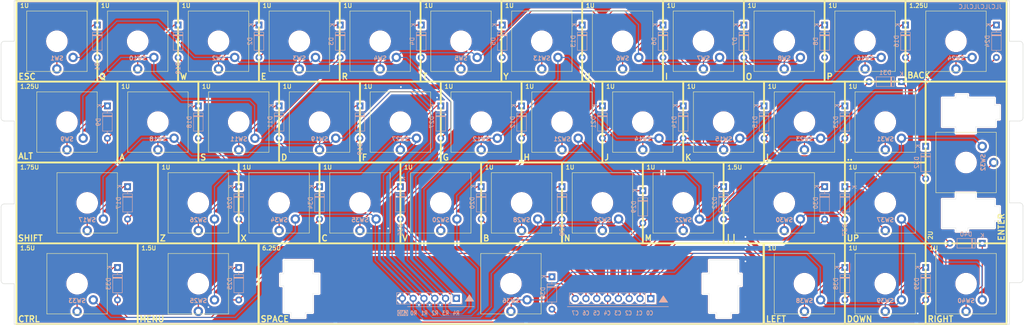
<source format=kicad_pcb>
(kicad_pcb (version 20240108) (generator "pcbnew") (generator_version "8.0")
  (layers (0 "F.Cu" signal) (31 "B.Cu" signal) (34 "B.Paste" user) (35 "F.Paste" user) (36 "B.SilkS" user "B.Silkscreen") (37 "F.SilkS" user "F.Silkscreen") (38 "B.Mask" user) (39 "F.Mask" user) (44 "Edge.Cuts" user))
  (net 0 "")
  (net 1 "GND")
  (net 2 "Net-(D37-K)")
  (net 3 "Net-(D28-K)")
  (net 4 "Net-(D19-K)")
  (net 5 "Net-(D10-K)")
  (net 6 "Net-(D1-K)")
  (net 7 "Net-(D40-K)")
  (net 8 "Net-(D39-K)")
  (net 9 "Net-(D38-K)")
  (net 10 "/Row 4")
  (net 11 "Net-(D36-K)")
  (net 12 "Net-(D35-K)")
  (net 13 "Net-(D34-K)")
  (net 14 "Net-(D33-K)")
  (net 15 "Net-(D32-K)")
  (net 16 "Net-(D31-K)")
  (net 17 "Net-(D30-K)")
  (net 18 "Net-(D29-K)")
  (net 19 "/Row 3")
  (net 20 "Net-(D27-K)")
  (net 21 "Net-(D26-K)")
  (net 22 "Net-(D25-K)")
  (net 23 "Net-(D24-K)")
  (net 24 "Net-(D23-K)")
  (net 25 "Net-(D22-K)")
  (net 26 "Net-(D21-K)")
  (net 27 "Net-(D20-K)")
  (net 28 "/Row 2")
  (net 29 "Net-(D18-K)")
  (net 30 "Net-(D17-K)")
  (net 31 "Net-(D16-K)")
  (net 32 "Net-(D15-K)")
  (net 33 "Net-(D14-K)")
  (net 34 "Net-(D13-K)")
  (net 35 "Net-(D12-K)")
  (net 36 "Net-(D11-K)")
  (net 37 "/Row 1")
  (net 38 "/Col 7")
  (net 39 "Net-(D9-K)")
  (net 40 "/Col 6")
  (net 41 "Net-(D8-K)")
  (net 42 "/Col 5")
  (net 43 "Net-(D7-K)")
  (net 44 "/Col 4")
  (net 45 "Net-(D6-K)")
  (net 46 "/Col 3")
  (net 47 "Net-(D5-K)")
  (net 48 "/Col 2")
  (net 49 "Net-(D4-K)")
  (net 50 "/Col 1")
  (net 51 "Net-(D3-K)")
  (net 52 "/Col 0")
  (net 53 "Net-(D2-K)")
  (net 54 "/Row 0")
  (footprint "Smal:SW_Redragon_LowProfile_PCB_1.00u" (layer "F.Cu") (at 97.375 66.5)
    (property "Reference" "SW19")
    (property "Value" "D")
  )
  (footprint "Smal:SW_Redragon_LowProfile_PCB_1.00u" (layer "F.Cu") (at 144.875 85.5)
    (property "Reference" "SW28")
    (property "Value" "B")
  )
  (footprint "Smal:SW_Redragon_LowProfile_PCB_1.75u" (layer "F.Cu") (at 42.75 85.5)
    (property "Reference" "SW17")
    (property "Value" "SHIFT")
  )
  (footprint "Smal:SW_Redragon_LowProfile_PCB_1.25u" (layer "F.Cu") (at 38 66.5)
    (property "Reference" "SW9")
    (property "Value" "ALT")
  )
  (footprint "Smal:SW_Redragon_LowProfile_PCB_1.00u" (layer "F.Cu") (at 192.375 66.5)
    (property "Reference" "SW15")
    (property "Value" "K")
  )
  (footprint "Smal:SW_Redragon_LowProfile_PCB_1.00u" (layer "F.Cu") (at 230.375 85.5)
    (property "Reference" "SW37")
    (property "Value" "UP")
  )
  (footprint "Smal:SW_Redragon_LowProfile_PCB_1.00u" (layer "F.Cu") (at 125.875 85.5)
    (property "Reference" "SW20")
    (property "Value" "V")
  )
  (footprint "Smal:SW_Redragon_LowProfile_PCB_1.00u" (layer "F.Cu") (at 116.375 66.5)
    (property "Reference" "SW27")
    (property "Value" "F")
  )
  (footprint "ks27_pcb_stab:ks26_6.25u_pcb_cherry_plate" (layer "F.Cu") (at 142.36875 104.5)
    (property "Reference" "S2" (hide yes))
    (property "Value" "SpaceStab")
    (fp_line (start -54.20032 -2.2993) (end -53.37485 -2.2993) (stroke (width 0.05)) (layer "Edge.Cuts"))
    (fp_line (start -54.20032 0.4995) (end -54.20032 -2.2993) (stroke (width 0.05)) (layer "Edge.Cuts"))
    (fp_line (start -53.37485 -5.529499) (end -46.62525 -5.529499) (stroke (width 0.05)) (layer "Edge.Cuts"))
    (fp_line (start -53.37485 -2.2993) (end -53.37485 -5.529499) (stroke (width 0.05)) (layer "Edge.Cuts"))
    (fp_line (start -53.37485 0.4995) (end -54.20032 0.4995) (stroke (width 0.05)) (layer "Edge.Cuts"))
    (fp_line (start -53.37485 6.7695) (end -53.37485 0.4995) (stroke (width 0.05)) (layer "Edge.Cuts"))
    (fp_line (start -51.64956 6.7695) (end -53.37485 6.7695) (stroke (width 0.05)) (layer "Edge.Cuts"))
    (fp_line (start -51.64956 7.9698) (end -51.64956 6.7695) (stroke (width 0.05)) (layer "Edge.Cuts"))
    (fp_line (start -48.35055 6.7695) (end -48.35055 7.9698) (stroke (width 0.05)) (layer "Edge.Cuts"))
    (fp_line (start -48.35055 7.9698) (end -51.64956 7.9698) (stroke (width 0.05)) (layer "Edge.Cuts"))
    (fp_line (start -46.62525 -5.529499) (end -46.62525 -2.2993) (stroke (width 0.05)) (layer "Edge.Cuts"))
    (fp_line (start -46.62525 -2.2993) (end -45.09925 -2.2993) (stroke (width 0.05)) (layer "Edge.Cuts"))
    (fp_line (start -46.62525 2.3006) (end -46.62525 6.7695) (stroke (width 0.05)) (layer "Edge.Cuts"))
    (fp_line (start -46.62525 6.7695) (end -48.35055 6.7695) (stroke (width 0.05)) (layer "Edge.Cuts"))
    (fp_line (start -45.09925 -2.2993) (end -45.09925 2.3006) (stroke (width 0.05)) (layer "Edge.Cuts"))
    (fp_line (start -45.09925 2.3006) (end -46.62525 2.3006) (stroke (width 0.05)) (layer "Edge.Cuts"))
    (fp_line (start 45.099349 -2.2993) (end 46.62535 -2.2993) (stroke (width 0.05)) (layer "Edge.Cuts"))
    (fp_line (start 45.099349 2.3006) (end 45.099349 -2.2993) (stroke (width 0.05)) (layer "Edge.Cuts"))
    (fp_line (start 46.62535 -5.529499) (end 53.37435 -5.529499) (stroke (width 0.05)) (layer "Edge.Cuts"))
    (fp_line (start 46.62535 -2.2993) (end 46.62535 -5.529499) (stroke (width 0.05)) (layer "Edge.Cuts"))
    (fp_line (start 46.62535 2.3006) (end 45.099349 2.3006) (stroke (width 0.05)) (layer "Edge.Cuts"))
    (fp_line (start 46.62535 6.7695) (end 46.62535 2.3006) (stroke (width 0.05)) (layer "Edge.Cuts"))
    (fp_line (start 48.349349 6.7695) (end 46.62535 6.7695) (stroke (width 0.05)) (layer "Edge.Cuts"))
    (fp_line (start 48.349349 7.9698) (end 48.349349 6.7695) (stroke (width 0.05)) (layer "Edge.Cuts"))
    (fp_line (start 51.64935 6.7695) (end 51.64935 7.9698) (stroke (width 0.05)) (layer "Edge.Cuts"))
    (fp_line (start 51.64935 7.9698) (end 48.349349 7.9698) (stroke (width 0.05)) (layer "Edge.Cuts"))
    (fp_line (start 53.37435 -5.529499) (end 53.37435 -2.2993) (stroke (width 0.05)) (layer "Edge.Cuts"))
    (fp_line (start 53.37435 -2.2993) (end 54.200349 -2.2993) (stroke (width 0.05)) (layer "Edge.Cuts"))
    (fp_line (start 53.37435 0.4995) (end 53.37435 6.7695) (stroke (width 0.05)) (layer "Edge.Cuts"))
    (fp_line (start 53.37435 6.7695) (end 51.64935 6.7695) (stroke (width 0.05)) (layer "Edge.Cuts"))
    (fp_line (start 54.200349 -2.2993) (end 54.200349 0.4995) (stroke (width 0.05)) (layer "Edge.Cuts"))
    (fp_line (start 54.200349 0.4995) (end 53.37435 0.4995) (stroke (width 0.05)) (layer "Edge.Cuts"))
  )
  (footprint "Smal:SW_Redragon_LowProfile_PCB_1.50u" (layer "F.Cu") (at 68.875 104.5)
    (property "Reference" "SW25")
    (property "Value" "MENU")
  )
  (footprint "Smal:SW_Redragon_LowProfile_PCB_1.50u" (layer "F.Cu") (at 40.375 104.5)
    (property "Reference" "SW33")
    (property "Value" "CTRL")
  )
  (footprint "Smal:SW_Redragon_LowProfile_PCB_2.00u" (layer "F.Cu") (at 249.375 76 90)
    (property "Reference" "SW32")
    (property "Value" "ENTER")
  )
  (footprint "Smal:SW_Redragon_LowProfile_PCB_1.00u" (layer "F.Cu") (at 135.375 66.5)
    (property "Reference" "SW12")
    (property "Value" "G")
  )
  (footprint "Smal:SW_Redragon_LowProfile_PCB_1.00u" (layer "F.Cu") (at 173.375 66.5)
    (property "Reference" "SW14")
    (property "Value" "J")
  )
  (footprint "Smal:SW_Redragon_LowProfile_PCB_1.00u" (layer "F.Cu") (at 230.375 104.5)
    (property "Reference" "SW39")
    (property "Value" "DOWN")
  )
  (footprint "Smal:SW_Redragon_LowProfile_PCB_1.00u" (layer "F.Cu") (at 211.375 66.5)
    (property "Reference" "SW23")
    (property "Value" "L")
  )
  (footprint "Smal:SW_Redragon_LowProfile_PCB_1.00u" (layer "F.Cu") (at 163.875 85.5)
    (property "Reference" "SW29")
    (property "Value" "N")
  )
  (footprint "Smal:SW_Redragon_LowProfile_PCB_1.00u" (layer "F.Cu") (at 154.375 66.5)
    (property "Reference" "SW21")
    (property "Value" "H")
  )
  (footprint "Smal:SW_Redragon_LowProfile_PCB_1.00u" (layer "F.Cu") (at 78.375 66.5)
    (property "Reference" "SW11")
    (property "Value" "S")
  )
  (footprint "Smal:SW_Redragon_LowProfile_PCB_1.00u" (layer "F.Cu") (at 87.875 85.5)
    (property "Reference" "SW34")
    (property "Value" "X")
  )
  (footprint "Smal:SW_Redragon_LowProfile_PCB_1.25u" (layer "F.Cu") (at 247 47.5)
    (property "Reference" "SW24")
    (property "Value" "BACK")
  )
  (footprint "Smal:SW_Redragon_LowProfile_PCB_1.00u" (layer "F.Cu") (at 230.375 66.5)
    (property "Reference" "SW31")
    (property "Value" "..")
  )
  (footprint "Smal:SW_Redragon_LowProfile_PCB_1.00u" (layer "F.Cu") (at 182.875 85.5)
    (property "Reference" "SW22")
    (property "Value" "M")
  )
  (footprint "Smal:SW_Redragon_LowProfile_PCB_1.00u" (layer "F.Cu") (at 149.625 47.5)
    (property "Reference" "SW13")
    (property "Value" "Y")
  )
  (footprint "Smal:SW_Redragon_LowProfile_PCB_1.00u" (layer "F.Cu") (at 92.625 47.5)
    (property "Reference" "SW3")
    (property "Value" "E")
  )
  (footprint "Smal:SW_Redragon_LowProfile_PCB_1.00u" (layer "F.Cu") (at 73.625 47.5)
    (property "Reference" "SW2")
    (property "Value" "W")
  )
  (footprint "Smal:SW_Redragon_LowProfile_PCB_1.00u" (layer "F.Cu") (at 111.625 47.5)
    (property "Reference" "SW4")
    (property "Value" "R")
  )
  (footprint "Smal:SW_Redragon_LowProfile_PCB_1.00u" (layer "F.Cu") (at 68.875 85.5)
    (property "Reference" "SW26")
    (property "Value" "Z")
  )
  (footprint "ks27_pcb_stab:ks27_2u_pcb_cherry_plate_stab" (layer "F.Cu") (at 249.375 76 90)
    (property "Reference" "S1" (hide yes))
    (property "Value" "EnterStab")
    (fp_line (start 15.1693 -5.612699) (end 15.1693 -2.382599) (stroke (width 0.05)) (layer "Edge.Cuts"))
    (fp_line (start 8.4196 -5.612699) (end 15.1693 -5.612699) (stroke (width 0.05)) (layer "Edge.Cuts"))
    (fp_line (start -8.6308 -5.612699) (end -8.6308 -2.382599) (stroke (width 0.05)) (layer "Edge.Cuts"))
    (fp_line (start -15.38045 -5.612699) (end -8.6308 -5.612699) (stroke (width 0.05)) (layer "Edge.Cuts"))
    (fp_line (start 15.9947 -2.382599) (end 15.9947 0.416301) (stroke (width 0.05)) (layer "Edge.Cuts"))
    (fp_line (start 15.1693 -2.382599) (end 15.9947 -2.382599) (stroke (width 0.05)) (layer "Edge.Cuts"))
    (fp_line (start 8.4196 -2.382599) (end 8.4196 -5.612699) (stroke (width 0.05)) (layer "Edge.Cuts"))
    (fp_line (start 6.8941 -2.382599) (end 8.4196 -2.382599) (stroke (width 0.05)) (layer "Edge.Cuts"))
    (fp_line (start -7.1053 -2.382599) (end -7.1053 2.217201) (stroke (width 0.05)) (layer "Edge.Cuts"))
    (fp_line (start -8.6308 -2.382599) (end -7.1053 -2.382599) (stroke (width 0.05)) (layer "Edge.Cuts"))
    (fp_line (start -15.38045 -2.382599) (end -15.38045 -5.612699) (stroke (width 0.05)) (layer "Edge.Cuts"))
    (fp_line (start -16.20591 -2.382599) (end -15.38045 -2.382599) (stroke (width 0.05)) (layer "Edge.Cuts"))
    (fp_line (start 15.9947 0.416301) (end 15.1693 0.416301) (stroke (width 0.05)) (layer "Edge.Cuts"))
    (fp_line (start 15.1693 0.416301) (end 15.1693 6.686201) (stroke (width 0.05)) (layer "Edge.Cuts"))
    (fp_line (start -15.38045 0.416301) (end -16.20591 0.416301) (stroke (width 0.05)) (layer "Edge.Cuts"))
    (fp_line (start -16.20591 0.416301) (end -16.20591 -2.382599) (stroke (width 0.05)) (layer "Edge.Cuts"))
    (fp_line (start 8.4196 2.217201) (end 6.8941 2.217201) (stroke (width 0.05)) (layer "Edge.Cuts"))
    (fp_line (start 6.8941 2.217201) (end 6.8941 -2.382599) (stroke (width 0.05)) (layer "Edge.Cuts"))
    (fp_line (start -7.1053 2.217201) (end -8.6308 2.217201) (stroke (width 0.05)) (layer "Edge.Cuts"))
    (fp_line (start -8.6308 2.217201) (end -8.6308 6.686201) (stroke (width 0.05)) (layer "Edge.Cuts"))
    (fp_line (start 15.1693 6.686201) (end 13.444 6.686201) (stroke (width 0.05)) (layer "Edge.Cuts"))
    (fp_line (start 13.444 6.686201) (end 13.444 7.886401) (stroke (width 0.05)) (layer "Edge.Cuts"))
    (fp_line (start -8.6308 6.686201) (end -10.35615 6.686201) (stroke (width 0.05)) (layer "Edge.Cuts"))
    (fp_line (start -10.35615 6.686201) (end -10.35615 7.886401) (stroke (width 0.05)) (layer "Edge.Cuts"))
    (fp_line (start -13.65516 6.686201) (end -15.38045 6.686201) (stroke (width 0.05)) (layer "Edge.Cuts"))
    (fp_line (start -15.38045 6.686201) (end -15.38045 0.416301) (stroke (width 0.05)) (layer "Edge.Cuts"))
    (fp_line (start 8.4196 6.916201) (end 8.4196 2.217201) (stroke (width 0.05)) (layer "Edge.Cuts"))
    (fp_line (start 10.1449 6.928107) (end 8.4196 6.916201) (stroke (width 0.05)) (layer "Edge.Cuts"))
    (fp_line (start 13.444 7.886401) (end 10.1449 7.886401) (stroke (width 0.05)) (layer "Edge.Cuts"))
    (fp_line (start 10.1449 7.886401) (end 10.1449 6.928107) (stroke (width 0.05)) (layer "Edge.Cuts"))
    (fp_line (start -10.35615 7.886401) (end -13.65516 7.886401) (stroke (width 0.05)) (layer "Edge.Cuts"))
    (fp_line (start -13.65516 7.886401) (end -13.65516 6.686201) (stroke (width 0.05)) (layer "Edge.Cuts"))
  )
  (footprint "Smal:SW_Redragon_LowProfile_PCB_1.00u" (layer "F.Cu") (at 130.625 47.5)
    (property "Reference" "SW5")
    (property "Value" "T")
  )
  (footprint "Smal:SW_Redragon_LowProfile_PCB_1.00u" (layer "F.Cu") (at 54.625 47.5)
    (property "Reference" "SW10")
    (property "Value" "Q")
  )
  (footprint "Smal:SW_Redragon_LowProfile_PCB_1.00u" (layer "F.Cu") (at 206.625 47.5)
    (property "Reference" "SW8")
    (property "Value" "O")
  )
  (footprint "Smal:SW_Redragon_LowProfile_PCB_1.00u" (layer "F.Cu") (at 59.375 66.5)
    (property "Reference" "SW18")
    (property "Value" "A")
  )
  (footprint "Smal:SW_Redragon_LowProfile_PCB_1.00u" (layer "F.Cu") (at 225.625 47.5)
    (property "Reference" "SW16")
    (property "Value" "P")
  )
  (footprint "Smal:SW_Redragon_LowProfile_PCB_1.00u" (layer "F.Cu") (at 106.875 85.5)
    (property "Reference" "SW35")
    (property "Value" "C")
  )
  (footprint "Smal:SW_Redragon_LowProfile_PCB_1.00u" (layer "F.Cu") (at 211.375 104.5)
    (property "Reference" "SW38")
    (property "Value" "LEFT")
  )
  (footprint "Smal:SW_Redragon_LowProfile_PCB_1.50u" (layer "F.Cu") (at 206.625 85.5)
    (property "Reference" "SW30")
    (property "Value" "||")
  )
  (footprint "Smal:SW_Redragon_LowProfile_PCB_1.00u" (layer "F.Cu") (at 249.375 104.5)
    (property "Reference" "SW40")
    (property "Value" "RIGHT")
  )
  (footprint "Smal:SW_Redragon_LowProfile_PCB_6.25u" (layer "F.Cu") (at 142.36875 104.5)
    (property "Reference" "SW36")
    (property "Value" "SPACE")
  )
  (footprint "Smal:SW_Redragon_LowProfile_PCB_1.00u" (layer "F.Cu") (at 168.625 47.5)
    (property "Reference" "SW6")
    (property "Value" "U")
  )
  (footprint "Smal:SW_Redragon_LowProfile_PCB_1.00u" (layer "F.Cu") (at 35.625 47.5)
    (property "Reference" "SW1")
    (property "Value" "ESC")
  )
  (footprint "Smal:SW_Redragon_LowProfile_PCB_1.00u" (layer "F.Cu") (at 187.625 47.5)
    (property "Reference" "SW7")
    (property "Value" "I")
  )
  (footprint "Diode_THT:D_DO-35_SOD27_P7.62mm_Horizontal" (layer "B.Cu") (at 121.285 43.69 -90)
    (property "Reference" "D4")
    (property "Value" "1N4148")
  )
  (footprint "Diode_THT:D_DO-35_SOD27_P7.62mm_Horizontal" (layer "B.Cu") (at 135.375 81.69 -90)
    (property "Reference" "D20")
    (property "Value" "1N4148")
  )
  (footprint "Diode_THT:D_DO-35_SOD27_P7.62mm_Horizontal" (layer "B.Cu") (at 52.25 81.69 -90)
    (property "Reference" "D17")
    (property "Value" "1N4148")
  )
  (footprint "Diode_THT:D_DO-35_SOD27_P7.62mm_Horizontal" (layer "B.Cu") (at 173.375 82.63 -90)
    (property "Reference" "D29")
    (property "Value" "1N4148")
  )
  (footprint "Diode_THT:D_DO-35_SOD27_P7.62mm_Horizontal" (layer "B.Cu") (at 125.875 62.69 -90)
    (property "Reference" "D27")
    (property "Value" "1N4148")
  )
  (footprint "Diode_THT:D_DO-35_SOD27_P7.62mm_Horizontal" (layer "B.Cu") (at 234.185 57 180)
    (property "Reference" "D31")
    (property "Value" "1N4148")
  )
  (footprint "Diode_THT:D_DO-35_SOD27_P7.62mm_Horizontal" (layer "B.Cu") (at 106.875 62.69 -90)
    (property "Reference" "D19")
    (property "Value" "1N4148")
  )
  (footprint "Diode_THT:D_DO-35_SOD27_P7.62mm_Horizontal" (layer "B.Cu") (at 253.185 95 180)
    (property "Reference" "D40")
    (property "Value" "1N4148")
  )
  (footprint "Connector_PinHeader_2.54mm:PinHeader_1x08_P2.54mm_Vertical" (layer "B.Cu") (at 175.25 108 90)
    (property "Reference" "J2" (hide yes))
    (property "Value" "Conn_01x08_Pin")
  )
  (footprint "Diode_THT:D_DO-35_SOD27_P7.62mm_Horizontal" (layer "B.Cu") (at 83.125 43.69 -90)
    (property "Reference" "D2")
    (property "Value" "1N4148")
  )
  (footprint "Diode_THT:D_DO-35_SOD27_P7.62mm_Horizontal" (layer "B.Cu") (at 201.875 62.69 -90)
    (property "Reference" "D15")
    (property "Value" "1N4148")
  )
  (footprint "Diode_THT:D_DO-35_SOD27_P7.62mm_Horizontal" (layer "B.Cu") (at 256.5 43.69 -90)
    (property "Reference" "D24")
    (property "Value" "1N4148")
  )
  (footprint "Diode_THT:D_DO-35_SOD27_P7.62mm_Horizontal" (layer "B.Cu") (at 64.125 43.69 -90)
    (property "Reference" "D10")
    (property "Value" "1N4148")
  )
  (footprint "Diode_THT:D_DO-35_SOD27_P7.62mm_Horizontal" (layer "B.Cu") (at 220.875 62.69 -90)
    (property "Reference" "D23")
    (property "Value" "1N4148")
  )
  (footprint "Diode_THT:D_DO-35_SOD27_P7.62mm_Horizontal" (layer "B.Cu") (at 178.125 43.69 -90)
    (property "Reference" "D6")
    (property "Value" "1N4148")
  )
  (footprint "Diode_THT:D_DO-35_SOD27_P7.62mm_Horizontal" (layer "B.Cu") (at 97.375 81.69 -90)
    (property "Reference" "D34")
    (property "Value" "1N4148")
  )
  (footprint "Diode_THT:D_DO-35_SOD27_P7.62mm_Horizontal" (layer "B.Cu") (at 78.375 100.69 -90)
    (property "Reference" "D25")
    (property "Value" "1N4148")
  )
  (footprint "Diode_THT:D_DO-35_SOD27_P7.62mm_Horizontal" (layer "B.Cu") (at 197.125 43.69 -90)
    (property "Reference" "D7")
    (property "Value" "1N4148")
  )
  (footprint "Diode_THT:D_DO-35_SOD27_P7.62mm_Horizontal" (layer "B.Cu") (at 239.875 72.19 -90)
    (property "Reference" "D32")
    (property "Value" "1N4148")
  )
  (footprint "Diode_THT:D_DO-35_SOD27_P7.62mm_Horizontal" (layer "B.Cu") (at 78.375 81.69 -90)
    (property "Reference" "D26")
    (property "Value" "1N4148")
  )
  (footprint "Diode_THT:D_DO-35_SOD27_P7.62mm_Horizontal" (layer "B.Cu") (at 239.875 100.69 -90)
    (property "Reference" "D39")
    (property "Value" "1N4148")
  )
  (footprint "Diode_THT:D_DO-35_SOD27_P7.62mm_Horizontal" (layer "B.Cu") (at 87.875 62.69 -90)
    (property "Reference" "D11")
    (property "Value" "1N4148")
  )
  (footprint "Diode_THT:D_DO-35_SOD27_P7.62mm_Horizontal" (layer "B.Cu") (at 192.375 81.69 -90)
    (property "Reference" "D22")
    (property "Value" "1N4148")
  )
  (footprint "Diode_THT:D_DO-35_SOD27_P7.62mm_Horizontal" (layer "B.Cu") (at 220.875 81.69 -90)
    (property "Reference" "D37")
    (property "Value" "1N4148")
  )
  (footprint "Diode_THT:D_DO-35_SOD27_P7.62mm_Horizontal" (layer "B.Cu") (at 163.875 62.69 -90)
    (property "Reference" "D21")
    (property "Value" "1N4148")
  )
  (footprint "Connector_PinHeader_2.54mm:PinHeader_1x06_P2.54mm_Vertical" (layer "B.Cu") (at 129.54 107.95 90)
    (property "Reference" "J1" (hide yes))
    (property "Value" "Conn_01x06_Pin")
  )
  (footprint "Diode_THT:D_DO-35_SOD27_P7.62mm_Horizontal" (layer "B.Cu") (at 216.125 81.69 -90)
    (property "Reference" "D30")
    (property "Value" "1N4148")
  )
  (footprint "Diode_THT:D_DO-35_SOD27_P7.62mm_Horizontal" (layer "B.Cu") (at 154.375 81.69 -90)
    (property "Reference" "D28")
    (property "Value" "1N4148")
  )
  (footprint "Diode_THT:D_DO-35_SOD27_P7.62mm_Horizontal" (layer "B.Cu") (at 102.235 43.69 -90)
    (property "Reference" "D3")
    (property "Value" "1N4148")
  )
  (footprint "Diode_THT:D_DO-35_SOD27_P7.62mm_Horizontal" (layer "B.Cu") (at 220.875 100.69 -90)
    (property "Reference" "D38")
    (property "Value" "1N4148")
  )
  (footprint "Diode_THT:D_DO-35_SOD27_P7.62mm_Horizontal" (layer "B.Cu") (at 144.875 62.69 -90)
    (property "Reference" "D12")
    (property "Value" "1N4148")
  )
  (footprint "Diode_THT:D_DO-35_SOD27_P7.62mm_Horizontal" (layer "B.Cu") (at 47.5 62.69 -90)
    (property "Reference" "D9")
    (property "Value" "1N4148")
  )
  (footprint "Diode_THT:D_DO-35_SOD27_P7.62mm_Horizontal" (layer "B.Cu") (at 116.375 81.69 -90)
    (property "Reference" "D35")
    (property "Value" "1N4148")
  )
  (footprint "Diode_THT:D_DO-35_SOD27_P7.62mm_Horizontal" (layer "B.Cu") (at 68.875 62.69 -90)
    (property "Reference" "D18")
    (property "Value" "1N4148")
  )
  (footprint "Diode_THT:D_DO-35_SOD27_P7.62mm_Horizontal" (layer "B.Cu") (at 152 102.87 -90)
    (property "Reference" "D36")
    (property "Value" "1N4148")
  )
  (footprint "Diode_THT:D_DO-35_SOD27_P7.62mm_Horizontal" (layer "B.Cu") (at 49.875 100.69 -90)
    (property "Reference" "D33")
    (property "Value" "1N4148")
  )
  (footprint "Diode_THT:D_DO-35_SOD27_P7.62mm_Horizontal" (layer "B.Cu") (at 235.125 43.69 -90)
    (property "Reference" "D16")
    (property "Value" "1N4148")
  )
  (footprint "Diode_THT:D_DO-35_SOD27_P7.62mm_Horizontal" (layer "B.Cu") (at 140.335 43.69 -90)
    (property "Reference" "D5")
    (property "Value" "1N4148")
  )
  (footprint "Diode_THT:D_DO-35_SOD27_P7.62mm_Horizontal" (layer "B.Cu") (at 216.125 43.69 -90)
    (property "Reference" "D8")
    (property "Value" "1N4148")
  )
  (footprint "Diode_THT:D_DO-35_SOD27_P7.62mm_Horizontal" (layer "B.Cu") (at 159.125 43.69 -90)
    (property "Reference" "D13")
    (property "Value" "1N4148")
  )
  (footprint "Diode_THT:D_DO-35_SOD27_P7.62mm_Horizontal" (layer "B.Cu") (at 45.125 43.69 -90)
    (property "Reference" "D1")
    (property "Value" "1N4148")
  )
  (footprint "Diode_THT:D_DO-35_SOD27_P7.62mm_Horizontal" (layer "B.Cu") (at 182.875 62.69 -90)
    (property "Reference" "D14")
    (property "Value" "1N4148")
  )
  (gr_line (start 155.65 109.9) (end 179.4 109.9) (stroke (width 0.15)) (layer "B.SilkS"))
  (gr_poly (pts (xy 178.2 107.35) (xy 177.2 108.85) (xy 179.2 108.85)) (stroke (width 0.15)) (fill solid) (layer "B.SilkS"))
  (gr_poly (pts (xy 132.607692 107.111538) (xy 131.607692 108.611538) (xy 133.607692 108.611538)) (stroke (width 0.15)) (fill solid) (layer "B.SilkS"))
  (gr_line (start 133.7 109.9) (end 118.05 109.9) (stroke (width 0.15)) (layer "B.SilkS"))
  (gr_arc (start 23.25 104.5) (mid 22.71967 104.28033) (end 22.5 103.75) (stroke (width 0.1)) (layer "Edge.Cuts"))
  (gr_line (start 259.575 104.25) (end 259.575 114) (stroke (width 0.1)) (layer "Edge.Cuts"))
  (gr_line (start 259.575 66.25) (end 259.575 85.5) (stroke (width 0.1)) (layer "Edge.Cuts"))
  (gr_arc (start 23.25 66.25) (mid 22.71967 66.03033) (end 22.5 65.5) (stroke (width 0.1)) (layer "Edge.Cuts"))
  (gr_line (start 25.575 38) (end 259.575 38) (stroke (width 0.1)) (layer "Edge.Cuts"))
  (gr_line (start 262 104.25) (end 259.575 104.25) (stroke (width 0.1)) (layer "Edge.Cuts"))
  (gr_arc (start 262.75 65.5) (mid 262.53033 66.03033) (end 262 66.25) (stroke (width 0.1)) (layer "Edge.Cuts"))
  (gr_line (start 262.747157 103.5) (end 262.75 86.25) (stroke (width 0.1)) (layer "Edge.Cuts"))
  (gr_line (start 259.575 38) (end 259.575 47.5) (stroke (width 0.1)) (layer "Edge.Cuts"))
  (gr_arc (start 22.5 86.5) (mid 22.71967 85.96967) (end 23.25 85.75) (stroke (width 0.1)) (layer "Edge.Cuts"))
  (gr_line (start 262 47.5) (end 259.575 47.5) (stroke (width 0.1)) (layer "Edge.Cuts"))
  (gr_line (start 23.25 85.75) (end 25.575 85.75) (stroke (width 0.1)) (layer "Edge.Cuts"))
  (gr_line (start 262.75 65.5) (end 262.75 48.25) (stroke (width 0.1)) (layer "Edge.Cuts"))
  (gr_line (start 25.575 114) (end 25.575 104.5) (stroke (width 0.1)) (layer "Edge.Cuts"))
  (gr_line (start 23.25 47.5) (end 25.585 47.5) (stroke (width 0.1)) (layer "Edge.Cuts"))
  (gr_arc (start 22.5 48.25) (mid 22.71967 47.71967) (end 23.25 47.5) (stroke (width 0.1)) (layer "Edge.Cuts"))
  (gr_line (start 23.25 104.5) (end 25.575 104.5) (stroke (width 0.1)) (layer "Edge.Cuts"))
  (gr_line (start 25.585 47.5) (end 25.575 38) (stroke (width 0.1)) (layer "Edge.Cuts"))
  (gr_line (start 22.5 86.5) (end 22.5 103.75) (stroke (width 0.1)) (layer "Edge.Cuts"))
  (gr_line (start 25.575 85.75) (end 25.585 66.247157) (stroke (width 0.1)) (layer "Edge.Cuts"))
  (gr_arc (start 262 47.5) (mid 262.53033 47.71967) (end 262.75 48.25) (stroke (width 0.1)) (layer "Edge.Cuts"))
  (gr_line (start 262 66.25) (end 259.575 66.25) (stroke (width 0.1)) (layer "Edge.Cuts"))
  (gr_line (start 259.575 114) (end 25.575 114) (stroke (width 0.1)) (layer "Edge.Cuts"))
  (gr_line (start 23.25 66.25) (end 25.585 66.247157) (stroke (width 0.1)) (layer "Edge.Cuts"))
  (gr_line (start 262 85.5) (end 259.575 85.5) (stroke (width 0.1)) (layer "Edge.Cuts"))
  (gr_arc (start 262 85.5) (mid 262.53033 85.71967) (end 262.75 86.25) (stroke (width 0.1)) (layer "Edge.Cuts"))
  (gr_arc (start 262.75 103.5) (mid 262.53033 104.03033) (end 262 104.25) (stroke (width 0.1)) (layer "Edge.Cuts"))
  (gr_line (start 22.5 48.25) (end 22.5 65.5) (stroke (width 0.1)) (layer "Edge.Cuts"))
  (gr_text "GND" (at 118.25 112 0) (layer "B.SilkS" knockout) (effects (font (size 1 0.8) (thickness 0.16) (bold yes)) (justify left bottom mirror)))
  (gr_text "R3" (at 127 112 0) (layer "B.SilkS") (effects (font (size 1 0.8) (thickness 0.16) (bold yes)) (justify bottom mirror)))
  (gr_text "C6" (at 160 112 0) (layer "B.SilkS") (effects (font (size 1 0.8) (thickness 0.16) (bold yes)) (justify bottom mirror)))
  (gr_text "R1" (at 122 112 0) (layer "B.SilkS") (effects (font (size 1 0.8) (thickness 0.16) (bold yes)) (justify bottom mirror)))
  (gr_text "R4" (at 129.5 112 0) (layer "B.SilkS") (effects (font (size 1 0.8) (thickness 0.16) (bold yes)) (justify bottom mirror)))
  (gr_text "C4" (at 165 112 0) (layer "B.SilkS") (effects (font (size 1 0.8) (thickness 0.16) (bold yes)) (justify bottom mirror)))
  (gr_text "JLCJLCJLCJLC" (at 252.73 39.37 0) (layer "B.SilkS") (effects (font (size 1 1)) (justify mirror)))
  (gr_text "C7" (at 157.5 112 0) (layer "B.SilkS") (effects (font (size 1 0.8) (thickness 0.16) (bold yes)) (justify bottom mirror)))
  (gr_text "C1" (at 172.5 112 0) (layer "B.SilkS") (effects (font (size 1 0.8) (thickness 0.16) (bold yes)) (justify bottom mirror)))
  (gr_text "R0" (at 119.5 112 0) (layer "B.SilkS") (effects (font (size 1 0.8) (thickness 0.16) (bold yes)) (justify bottom mirror)))
  (gr_text "C3" (at 167.5 112 0) (layer "B.SilkS") (effects (font (size 1 0.8) (thickness 0.16) (bold yes)) (justify bottom mirror)))
  (gr_text "C5" (at 162.5 112 0) (layer "B.SilkS") (effects (font (size 1 0.8) (thickness 0.16) (bold yes)) (justify bottom mirror)))
  (gr_text "R2" (at 124.5 112 0) (layer "B.SilkS") (effects (font (size 1 0.8) (thickness 0.16) (bold yes)) (justify bottom mirror)))
  (gr_text "C0" (at 175 112 0) (layer "B.SilkS") (effects (font (size 1 0.8) (thickness 0.16) (bold yes)) (justify bottom mirror)))
  (gr_text "C2" (at 170 112 0) (layer "B.SilkS") (effects (font (size 1 0.8) (thickness 0.16) (bold yes)) (justify bottom mirror)))
  (via (at 125.75 109.5) (size 0.8) (drill 0.4) (layers "F.Cu" "B.Cu") (net 1))
  (via (at 115.5 84) (size 0.8) (drill 0.4) (layers "F.Cu" "B.Cu") (net 1))
  (via (at 116.25 91.5) (size 0.8) (drill 0.4) (layers "F.Cu" "B.Cu") (net 1))
  (via (at 109.5 91.5) (size 0.8) (drill 0.4) (layers "F.Cu" "B.Cu") (net 1))
  (via (at 116.5 58.25) (size 0.8) (drill 0.4) (layers "F.Cu" "B.Cu") (net 1))
  (via (at 113.5 91.5) (size 0.8) (drill 0.4) (layers "F.Cu" "B.Cu") (net 1))
  (via (at 71.25 110) (size 0.8) (drill 0.4) (layers "F.Cu" "B.Cu") (net 1))
  (via (at 197.5 96.25) (size 0.8) (drill 0.4) (layers "F.Cu" "B.Cu") (net 1))
  (via (at 127 64.75) (size 0.8) (drill 0.4) (layers "F.Cu" "B.Cu") (net 1))
  (via (at 238 111.5) (size 0.8) (drill 0.4) (layers "F.Cu" "B.Cu") (net 1))
  (via (at 116.75 79.5) (size 0.8) (drill 0.4) (layers "F.Cu" "B.Cu") (net 1))
  (via (at 197.5 99.25) (size 0.8) (drill 0.4) (layers "F.Cu" "B.Cu") (net 1))
  (via (at 111.5 91.5) (size 0.8) (drill 0.4) (layers "F.Cu" "B.Cu") (net 1))
  (via (at 197.5 93.5) (size 0.8) (drill 0.4) (layers "F.Cu" "B.Cu") (net 1))
  (via (at 120.75 109.5) (size 0.8) (drill 0.4) (layers "F.Cu" "B.Cu") (net 1))
  (via (at 123.25 109.5) (size 0.8) (drill 0.4) (layers "F.Cu" "B.Cu") (net 1))
  (via (at 125 60.75) (size 0.8) (drill 0.4) (layers "F.Cu" "B.Cu") (net 1))
  (segment (start 227.7 89.325) (end 230.375 92) (width 0.25) (layer "F.Cu") (net 2))
  (segment (start 220.875 81.69) (end 225.295 81.69) (width 0.25) (layer "F.Cu") (net 2))
  (segment (start 227.7 84.095) (end 227.7 89.325) (width 0.25) (layer "F.Cu") (net 2))
  (segment (start 226.565 82.96) (end 227.7 84.095) (width 0.25) (layer "F.Cu") (net 2))
  (segment (start 225.295 81.69) (end 226.565 82.96) (width 0.25) (layer "F.Cu") (net 2))
  (segment (start 154.375 81.69) (end 153.38 81.69) (width 0.25) (layer "F.Cu") (net 3))
  (segment (start 144.875 90.195) (end 144.875 92) (width 0.25) (layer "F.Cu") (net 3))
  (segment (start 153.38 81.69) (end 144.875 90.195) (width 0.25) (layer "F.Cu") (net 3))
  (segment (start 106.875 62.69) (end 105.88 62.69) (width 0.25) (layer "F.Cu") (net 4))
  (segment (start 97.375 71.195) (end 97.375 73) (width 0.25) (layer "F.Cu") (net 4))
  (segment (start 105.88 62.69) (end 97.375 71.195) (width 0.25) (layer "F.Cu") (net 4))
  (segment (start 54.625 52.25) (end 54.625 54) (width 0.25) (layer "F.Cu") (net 5))
  (segment (start 63.185 43.69) (end 54.625 52.25) (width 0.25) (layer "F.Cu") (net 5))
  (segment (start 64.125 43.69) (end 63.185 43.69) (width 0.25) (layer "F.Cu") (net 5))
  (segment (start 45.125 43.69) (end 44.185 43.69) (width 0.25) (layer "F.Cu") (net 6))
  (segment (start 35.625 52.25) (end 35.625 54) (width 0.25) (layer "F.Cu") (net 6))
  (segment (start 44.185 43.69) (end 35.625 52.25) (width 0.25) (layer "F.Cu") (net 6))
  (segment (start 253.185 104.955) (end 253.185 95.07) (width 0.25) (layer "F.Cu") (net 7))
  (segment (start 249.375 111) (end 249.375 108.765) (width 0.25) (layer "F.Cu") (net 7))
  (segment (start 249.375 108.765) (end 253.185 104.955) (width 0.25) (layer "F.Cu") (net 7))
  (segment (start 230.375 109.25) (end 230.375 111) (width 0.25) (layer "F.Cu") (net 8))
  (segment (start 238.935 100.69) (end 230.375 109.25) (width 0.25) (layer "F.Cu") (net 8))
  (segment (start 239.875 100.69) (end 238.935 100.69) (width 0.25) (layer "F.Cu") (net 8))
  (segment (start 220.875 100.69) (end 219.935 100.69) (width 0.25) (layer "F.Cu") (net 9))
  (segment (start 211.375 109.25) (end 211.375 111) (width 0.25) (layer "F.Cu") (net 9))
  (segment (start 219.935 100.69) (end 211.375 109.25) (width 0.25) (layer "F.Cu") (net 9))
  (segment (start 120.015 98.425) (end 120.015 79.485) (width 0.25) (layer "B.Cu") (net 10))
  (segment (start 67.925 51.3) (end 59.375 42.75) (width 0.25) (layer "B.Cu") (net 10))
  (segment (start 172.355 51.23) (end 172.425 51.3) (width 0.25) (layer "B.Cu") (net 10))
  (segment (start 97.56 52.435) (end 114.29 52.435) (width 0.25) (layer "B.Cu") (net 10))
  (segment (start 191.425 51.3) (end 190.29 52.435) (width 0.25) (layer "B.Cu") (net 10))
  (segment (start 210.355 51.23) (end 210.425 51.3) (width 0.25) (layer "B.Cu") (net 10))
  (segment (start 39.355 51.23) (end 39.425 51.3) (width 0.25) (layer "B.Cu") (net 10))
  (segment (start 133.31 50.185) (end 116.54 50.185) (width 0.25) (layer "B.Cu") (net 10))
  (segment (start 134.975 51.3) (end 145.9 40.375) (width 0.25) (layer "B.Cu") (net 10))
  (segment (start 172.355 43.61) (end 172.355 51.23) (width 0.25) (layer "B.Cu") (net 10))
  (segment (start 116.54 50.185) (end 115.425 51.3) (width 0.25) (layer "B.Cu") (net 10))
  (segment (start 120.015 79.485) (end 128.25 71.25) (width 0.25) (layer "B.Cu") (net 10))
  (segment (start 128.25 71.25) (end 128.25 61.75) (width 0.25) (layer "B.Cu") (net 10))
  (segment (start 192.56 52.435) (end 191.425 51.3) (width 0.25) (layer "B.Cu") (net 10))
  (segment (start 59.375 42.75) (end 49.702817 42.75) (width 0.25) (layer "B.Cu") (net 10))
  (segment (start 209.29 52.435) (end 192.56 52.435) (width 0.25) (layer "B.Cu") (net 10))
  (segment (start 134.425 51.3) (end 133.31 50.185) (width 0.25) (layer "B.Cu") (net 10))
  (segment (start 128.25 61.75) (end 117.8 51.3) (width 0.25) (layer "B.Cu") (net 10))
  (segment (start 96.425 51.3) (end 95.29 52.435) (width 0.25) (layer "B.Cu") (net 10))
  (segment (start 169.12 40.375) (end 171.165 42.42) (width 0.25) (layer "B.Cu") (net 10))
  (segment (start 190.29 52.435) (end 173.56 52.435) (width 0.25) (layer "B.Cu") (net 10))
  (segment (start 171.165 42.42) (end 172.355 43.61) (width 0.25) (layer "B.Cu") (net 10))
  (segment (start 145.9 40.375) (end 169.12 40.375) (width 0.25) (layer "B.Cu") (net 10))
  (segment (start 96.425 51.3) (end 97.56 52.435) (width 0.25) (layer "B.Cu") (net 10))
  (segment (start 115.355 51.23) (end 115.425 51.3) (width 0.25) (layer "B.Cu") (net 10))
  (segment (start 191.355 51.23) (end 191.425 51.3) (width 0.25) (layer "B.Cu") (net 10))
  (segment (start 114.29 52.435) (end 115.425 51.3) (width 0.25) (layer "B.Cu") (net 10))
  (segment (start 117.8 51.3) (end 115.425 51.3) (width 0.25) (layer "B.Cu") (net 10))
  (segment (start 41.152817 51.3) (end 39.425 51.3) (width 0.25) (layer "B.Cu") (net 10))
  (segment (start 96.355 51.23) (end 96.425 51.3) (width 0.25) (layer "B.Cu") (net 10))
  (segment (start 134.355 51.23) (end 134.425 51.3) (width 0.25) (layer "B.Cu") (net 10))
  (segment (start 210.425 51.3) (end 209.29 52.435) (width 0.25) (layer "B.Cu") (net 10))
  (segment (start 134.425 51.3) (end 134.975 51.3) (width 0.25) (layer "B.Cu") (net 10))
  (segment (start 49.702817 42.75) (end 41.152817 51.3) (width 0.25) (layer "B.Cu") (net 10))
  (segment (start 173.56 52.435) (end 172.425 51.3) (width 0.25) (layer "B.Cu") (net 10))
  (segment (start 77.355 51.23) (end 77.425 51.3) (width 0.25) (layer "B.Cu") (net 10))
  (segment (start 129.54 107.95) (end 120.015 98.425) (width 0.25) (layer "B.Cu") (net 10))
  (segment (start 95.29 52.435) (end 78.56 52.435) (width 0.25) (layer "B.Cu") (net 10))
  (segment (start 77.425 51.3) (end 67.925 51.3) (width 0.25) (layer "B.Cu") (net 10))
  (segment (start 78.56 52.435) (end 77.425 51.3) (width 0.25) (layer "B.Cu") (net 10))
  (segment (start 148.88 102.87) (end 152 102.87) (width 0.25) (layer "F.Cu") (net 11))
  (segment (start 142.434375 110.934375) (end 142.434375 109.315625) (width 0.25) (layer "F.Cu") (net 11))
  (segment (start 142.434375 109.315625) (end 148.88 102.87) (width 0.25) (layer "F.Cu") (net 11))
  (segment (start 142.5 111) (end 142.434375 110.934375) (width 0.25) (layer "F.Cu") (net 11))
  (segment (start 115.435 81.69) (end 106.875 90.25) (width 0.25) (layer "F.Cu") (net 12))
  (segment (start 106.875 90.25) (end 106.875 92) (width 0.25) (layer "F.Cu") (net 12))
  (segment (start 116.375 81.69) (end 115.435 81.69) (width 0.25) (layer "F.Cu") (net 12))
  (segment (start 87.875 90.25) (end 87.875 92) (width 0.25) (layer "F.Cu") (net 13))
  (segment (start 96.435 81.69) (end 87.875 90.25) (width 0.25) (layer "F.Cu") (net 13))
  (segment (start 97.375 81.69) (end 96.435 81.69) (width 0.25) (layer "F.Cu") (net 13))
  (segment (start 40.375 109.25) (end 40.375 111) (width 0.25) (layer "F.Cu") (net 14))
  (segment (start 49.875 100.69) (end 48.935 100.69) (width 0.25) (layer "F.Cu") (net 14))
  (segment (start 48.935 100.69) (end 40.375 109.25) (width 0.25) (layer "F.Cu") (net 14))
  (segment (start 239.875 76) (end 239.875 72.19) (width 0.25) (layer "F.Cu") (net 15))
  (segment (start 255.875 76) (end 253.2 78.675) (width 0.25) (layer "F.Cu") (net 15))
  (segment (start 242.55 78.675) (end 239.875 76) (width 0.25) (layer "F.Cu") (net 15))
  (segment (start 253.2 78.675) (end 242.55 78.675) (width 0.25) (layer "F.Cu") (net 15))
  (segment (start 230.375 71.25) (end 230.375 73) (width 0.25) (layer "F.Cu") (net 16))
  (segment (start 234.185 57) (end 235.125 57.94) (width 0.25) (layer "F.Cu") (net 16))
  (segment (start 235.125 66.5) (end 230.375 71.25) (width 0.25) (layer "F.Cu") (net 16))
  (segment (start 235.125 57.94) (end 235.125 66.5) (width 0.25) (layer "F.Cu") (net 16))
  (segment (start 216.125 81.69) (end 215.13 81.69) (width 0.25) (layer "F.Cu") (net 17))
  (segment (start 215.13 81.69) (end 206.625 90.195) (width 0.25) (layer "F.Cu") (net 17))
  (segment (start 206.625 90.195) (end 206.625 92) (width 0.25) (layer "F.Cu") (net 17))
  (segment (start 163.875 90.25) (end 163.875 92) (width 0.25) (layer "F.Cu") (net 18))
  (segment (start 173.375 82.63) (end 171.495 82.63) (width 0.25) (layer "F.Cu") (net 18))
  (segment (start 171.495 82.63) (end 163.875 90.25) (width 0.25) (layer "F.Cu") (net 18))
  (segment (start 118 78.493198) (end 123.95 72.543198) (width 0.25) (layer "B.Cu") (net 19))
  (segment (start 45.125 57) (end 41.73 60.395) (width 0.25) (layer "B.Cu") (net 19))
  (segment (start 177.175 70.3) (end 167.2675 70.3) (width 0.25) (layer "B.Cu") (net 19))
  (segment (start 121.92 82.33) (end 121.92 96.52) (width 0.25) (layer "B.Cu") (net 19))
  (segment (start 178.31 71.435) (end 177.175 70.3) (width 0.25) (layer "B.Cu") (net 19))
  (segment (start 196.175 70.3) (end 195.04 71.435) (width 0.25) (layer "B.Cu") (net 19))
  (segment (start 139.515 70.3) (end 139.175 70.3) (width 0.25) (layer "B.Cu") (net 19))
  (segment (start 217.55 57) (end 223.25 51.3) (width 0.25) (layer "B.Cu") (net 19))
  (segment (start 177.105 70.23) (end 177.175 70.3) (width 0.25) (layer "B.Cu") (net 19))
  (segment (start 127 107.95) (end 118 98.95) (width 0.25) (layer "B.Cu") (net 19))
  (segment (start 82.105 62.61) (end 82.105 70.23) (width 0.25) (layer "B.Cu") (net 19))
  (segment (start 195.04 71.435) (end 178.31 71.435) (width 0.25) (layer "B.Cu") (net 19))
  (segment (start 161.5 57) (end 155.8 51.3) (width 0.25) (layer "B.Cu") (net 19))
  (segment (start 58.425 51.3) (end 50.66 51.3) (width 0.25) (layer "B.Cu") (net 19))
  (segment (start 45.125 56.835) (end 45.125 57) (width 0.25) (layer "B.Cu") (net 19))
  (segment (start 139.105 70.23) (end 139.175 70.3) (width 0.25) (layer "B.Cu") (net 19))
  (segment (start 41.73 60.395) (end 41.73 70.23) (width 0.25) (layer "B.Cu") (net 19))
  (segment (start 153.425 56.39) (end 139.515 70.3) (width 0.25) (layer "B.Cu") (net 19))
  (segment (start 133.95 70.3) (end 121.92 82.33) (width 0.25) (layer "B.Cu") (net 19))
  (segment (start 127 110.49) (end 127 107.95) (width 0.25) (layer "B.Cu") (net 19))
  (segment (start 80.915 61.42) (end 82.105 62.61) (width 0.25) (layer "B.Cu") (net 19))
  (segment (start 196.105 70.23) (end 196.175 70.3) (width 0.25) (layer "B.Cu") (net 19))
  (segment (start 130.92 111.625) (end 128.135 111.625) (width 0.25) (layer "B.Cu") (net 19))
  (segment (start 118 98.95) (end 118 78.493198) (width 0.25) (layer "B.Cu") (net 19))
  (segment (start 118.75 57) (end 97.375 57) (width 0.25) (layer "B.Cu") (net 19))
  (segment (start 211.375 57) (end 217.55 57) (width 0.25) (layer "B.Cu") (net 19))
  (segment (start 64.9825 61.42) (end 80.915 61.42) (width 0.25) (layer "B.Cu") (net 19))
  (segment (start 132.55 109.995) (end 130.92 111.625) (width 0.25) (layer "B.Cu") (net 19))
  (segment (start 82.105 70.23) (end 82.175 70.3) (width 0.25) (layer "B.Cu") (net 19))
  (segment (start 132.55 107.15) (end 132.55 109.995) (width 0.25) (layer "B.Cu") (net 19))
  (segment (start 84.075 70.3) (end 82.175 70.3) (width 0.25) (layer "B.Cu") (net 19))
  (segment (start 50.66 51.3) (end 45.125 56.835) (width 0.25) (layer "B.Cu") (net 19))
  (segment (start 155.8 51.3) (end 153.425 51.3) (width 0.25) (layer "B.Cu") (net 19))
  (segment (start 161.5 64.5325) (end 161.5 57) (width 0.25) (layer "B.Cu") (net 19))
  (segment (start 153.355 51.23) (end 153.425 51.3) (width 0.25) (layer "B.Cu") (net 19))
  (segment (start 97.375 57) (end 84.075 70.3) (width 0.25) (layer "B.Cu") (net 19))
  (segment (start 63.53125 59.96875) (end 64.9825 61.42) (width 0.25) (layer "B.Cu") (net 19))
  (segment (start 229.425 51.3) (end 223.25 51.3) (width 0.25) (layer "B.Cu") (net 19))
  (segment (start 58.425 54.8625) (end 58.425 51.3) (width 0.25) (layer "B.Cu") (net 19))
  (segment (start 123.95 72.543198) (end 123.95 62.2) (width 0.25) (layer "B.Cu") (net 19))
  (segment (start 211.375 57) (end 198.075 70.3) (width 0.25) (layer "B.Cu") (net 19))
  (segment (start 167.2675 70.3) (end 161.5 64.5325) (width 0.25) (layer "B.Cu") (net 19))
  (segment (start 123.95 62.2) (end 118.75 57) (width 0.25) (layer "B.Cu") (net 19))
  (segment (start 128.135 111.625) (end 127 110.49) (width 0.25) (layer "B.Cu") (net 19))
  (segment (start 121.92 96.52) (end 132.55 107.15) (width 0.25) (layer "B.Cu") (net 19))
  (segment (start 198.075 70.3) (end 196.175 70.3) (width 0.25) (layer "B.Cu") (net 19))
  (segment (start 229.355 51.23) (end 229.425 51.3) (width 0.25) (layer "B.Cu") (net 19))
  (segment (start 41.73 70.23) (end 41.8 70.3) (width 0.25) (layer "B.Cu") (net 19))
  (segment (start 139.175 70.3) (end 133.95 70.3) (width 0.25) (layer "B.Cu") (net 19))
  (segment (start 153.425 51.3) (end 153.425 56.39) (width 0.25) (layer "B.Cu") (net 19))
  (segment (start 63.53125 59.96875) (end 58.425 54.8625) (width 0.25) (layer "B.Cu") (net 19))
  (segment (start 116.375 71.195) (end 116.375 73) (width 0.25) (layer "F.Cu") (net 20))
  (segment (start 124.88 62.69) (end 116.375 71.195) (width 0.25) (layer "F.Cu") (net 20))
  (segment (start 125.875 62.69) (end 124.88 62.69) (width 0.25) (layer "F.Cu") (net 20))
  (segment (start 78.375 81.69) (end 77.435 81.69) (width 0.25) (layer "F.Cu") (net 21))
  (segment (start 68.875 90.25) (end 68.875 92) (width 0.25) (layer "F.Cu") (net 21))
  (segment (start 77.435 81.69) (end 68.875 90.25) (width 0.25) (layer "F.Cu") (net 21))
  (segment (start 78.375 100.69) (end 77.435 100.69) (width 0.25) (layer "F.Cu") (net 22))
  (segment (start 68.875 109.25) (end 68.875 111) (width 0.25) (layer "F.Cu") (net 22))
  (segment (start 77.435 100.69) (end 68.875 109.25) (width 0.25) (layer "F.Cu") (net 22))
  (segment (start 247 54) (end 247 52.25) (width 0.25) (layer "F.Cu") (net 23))
  (segment (start 255.56 43.69) (end 256.5 43.69) (width 0.25) (layer "F.Cu") (net 23))
  (segment (start 247 52.25) (end 255.56 43.69) (width 0.25) (layer "F.Cu") (net 23))
  (segment (start 220.875 62.69) (end 219.935 62.69) (width 0.25) (layer "F.Cu") (net 24))
  (segment (start 211.375 71.25) (end 211.375 73) (width 0.25) (layer "F.Cu") (net 24))
  (segment (start 219.935 62.69) (end 211.375 71.25) (width 0.25) (layer "F.Cu") (net 24))
  (segment (start 182.875 90.25) (end 182.875 92) (width 0.25) (layer "F.Cu") (net 25))
  (segment (start 191.435 81.69) (end 182.875 90.25) (width 0.25) (layer "F.Cu") (net 25))
  (segment (start 192.375 81.69) (end 191.435 81.69) (width 0.25) (layer "F.Cu") (net 25))
  (segment (start 162.935 62.69) (end 154.375 71.25) (width 0.25) (layer "F.Cu") (net 26))
  (segment (start 154.375 71.25) (end 154.375 73) (width 0.25) (layer "F.Cu") (net 26))
  (segment (start 163.875 62.69) (end 162.935 62.69) (width 0.25) (layer "F.Cu") (net 26))
  (segment (start 125.875 90.195) (end 125.875 92) (width 0.25) (layer "F.Cu") (net 27))
  (segment (start 134.38 81.69) (end 125.875 90.195) (width 0.25) (layer "F.Cu") (net 27))
  (segment (start 135.375 81.69) (end 134.38 81.69) (width 0.25) (layer "F.Cu") (net 27))
  (segment (start 250.8 51.3) (end 245.575 51.3) (width 0.25) (layer "B.Cu") (net 28))
  (segment (start 154.375 76) (end 158.175 72.2) (width 0.25) (layer "B.Cu") (net 28))
  (segment (start 186.605 86.059188) (end 186.605 81.61) (width 0.25) (layer "B.Cu") (net 28))
  (segment (start 133.035 112.075) (end 134.62 110.49) (width 0.25) (layer "B.Cu") (net 28))
  (segment (start 46.48 89.23) (end 46.48 79.395) (width 0.25) (layer "B.Cu") (net 28))
  (segment (start 215.175 70.3) (end 207.9825 70.3) (width 0.25) (layer "B.Cu") (net 28))
  (segment (start 186.605 81.61) (end 183.37 78.375) (width 0.25) (layer "B.Cu") (net 28))
  (segment (start 245.575 51.3) (end 237.5 59.375) (width 0.25) (layer "B.Cu") (net 28))
  (segment (start 80.586396 74.425) (end 67.3 74.425) (width 0.25) (layer "B.Cu") (net 28))
  (segment (start 217.075 70.3) (end 215.175 70.3) (width 0.25) (layer "B.Cu") (net 28))
  (segment (start 124.46 107.95) (end 124.46 110.49) (width 0.25) (layer "B.Cu") (net 28))
  (segment (start 158.105 70.23) (end 158.175 70.3) (width 0.25) (layer "B.Cu") (net 28))
  (segment (start 137.42 76) (end 154.375 76) (width 0.25) (layer "B.Cu") (net 28))
  (segment (start 101.175 70.3) (end 103.075 70.3) (width 0.25) (layer "B.Cu") (net 28))
  (segment (start 124.46 110.49) (end 126.045 112.075) (width 0.25) (layer "B.Cu") (net 28))
  (segment (start 129.675 89.3) (end 129.605 89.23) (width 0.25) (layer "B.Cu") (net 28))
  (segment (start 67.3 74.425) (end 63.175 70.3) (width 0.25) (layer "B.Cu") (net 28))
  (segment (start 123.5 64.125) (end 123.5 71.25) (width 0.25) (layer "B.Cu") (net 28))
  (segment (start 129.605 83.815) (end 137.42 76) (width 0.25) (layer "B.Cu") (net 28))
  (segment (start 101.175 70.3) (end 99.906802 71.568198) (width 0.25) (layer "B.Cu") (net 28))
  (segment (start 114.45 97.94) (end 124.46 107.95) (width 0.25) (layer "B.Cu") (net 28))
  (segment (start 188.9825 89.3) (end 186.675 89.3) (width 0.25) (layer "B.Cu") (net 28))
  (segment (start 55.575 70.3) (end 63.175 70.3) (width 0.25) (layer "B.Cu") (net 28))
  (segment (start 250.73 51.23) (end 250.8 51.3) (width 0.25) (layer "B.Cu") (net 28))
  (segment (start 99.906802 71.568198) (end 83.443198 71.568198) (width 0.25) (layer "B.Cu") (net 28))
  (segment (start 101.105 70.23) (end 101.175 70.3) (width 0.25) (layer "B.Cu") (net 28))
  (segment (start 186.675 89.3) (end 186.675 86.129188) (width 0.25) (layer "B.Cu") (net 28))
  (segment (start 46.55 89.3) (end 46.48 89.23) (width 0.25) (layer "B.Cu") (net 28))
  (segment (start 129.605 89.23) (end 129.605 83.815) (width 0.25) (layer "B.Cu") (net 28))
  (segment (start 126.045 112.075) (end 133.035 112.075) (width 0.25) (layer "B.Cu") (net 28))
  (segment (start 83.443198 71.568198) (end 80.586396 74.425) (width 0.25) (layer "B.Cu") (net 28))
  (segment (start 237.5 59.375) (end 228 59.375) (width 0.25) (layer "B.Cu") (net 28))
  (segment (start 46.48 79.395) (end 55.575 70.3) (width 0.25) (layer "B.Cu") (net 28))
  (segment (start 134.62 110.49) (end 134.62 100.895) (width 0.25) (layer "B.Cu") (net 28))
  (segment (start 215.105 70.23) (end 215.175 70.3) (width 0.25) (layer "B.Cu") (net 28))
  (segment (start 134.62 100.895) (end 129.675 95.95) (width 0.25) (layer "B.Cu") (net 28))
  (segment (start 207.9825 70.3) (end 188.9825 89.3) (width 0.25) (layer "B.Cu") (net 28))
  (segment (start 103.075 70.3) (end 114 59.375) (width 0.25) (layer "B.Cu") (net 28))
  (segment (start 183.37 78.375) (end 166.25 78.375) (width 0.25) (layer "B.Cu") (net 28))
  (segment (start 114 59.375) (end 118.75 59.375) (width 0.25) (layer "B.Cu") (net 28))
  (segment (start 186.675 86.129188) (end 186.605 86.059188) (width 0.25) (layer "B.Cu") (net 28))
  (segment (start 129.675 95.95) (end 129.675 89.3) (width 0.25) (layer "B.Cu") (net 28))
  (segment (start 114.45 80.3) (end 114.45 97.94) (width 0.25) (layer "B.Cu") (net 28))
  (segment (start 158.175 72.2) (end 158.175 70.3) (width 0.25) (layer "B.Cu") (net 28))
  (segment (start 166.25 78.375) (end 158.175 70.3) (width 0.25) (layer "B.Cu") (net 28))
  (segment (start 118.75 59.375) (end 123.5 64.125) (width 0.25) (layer "B.Cu") (net 28))
  (segment (start 63.105 70.23) (end 63.175 70.3) (width 0.25) (layer "B.Cu") (net 28))
  (segment (start 228 59.375) (end 217.075 70.3) (width 0.25) (layer "B.Cu") (net 28))
  (segment (start 123.5 71.25) (end 114.45 80.3) (width 0.25) (layer "B.Cu") (net 28))
  (segment (start 59.375 71.25) (end 59.375 73) (width 0.25) (layer "F.Cu") (net 29))
  (segment (start 67.935 62.69) (end 59.375 71.25) (width 0.25) (layer "F.Cu") (net 29))
  (segment (start 68.875 62.69) (end 67.935 62.69) (width 0.25) (layer "F.Cu") (net 29))
  (segment (start 51.31 81.69) (end 42.75 90.25) (width 0.25) (layer "F.Cu") (net 30))
  (segment (start 52.25 81.69) (end 51.31 81.69) (width 0.25) (layer "F.Cu") (net 30))
  (segment (start 42.75 90.25) (end 42.75 92) (width 0.25) (layer "F.Cu") (net 30))
  (segment (start 225.625 52.25) (end 225.625 54) (width 0.25) (layer "F.Cu") (net 31))
  (segment (start 234.185 43.69) (end 225.625 52.25) (width 0.25) (layer "F.Cu") (net 31))
  (segment (start 235.125 43.69) (end 234.185 43.69) (width 0.25) (layer "F.Cu") (net 31))
  (segment (start 192.375 71.25) (end 192.375 73) (width 0.25) (layer "F.Cu") (net 32))
  (segment (start 201.875 62.69) (end 200.935 62.69) (width 0.25) (layer "F.Cu") (net 32))
  (segment (start 200.935 62.69) (end 192.375 71.25) (width 0.25) (layer "F.Cu") (net 32))
  (segment (start 182.875 62.69) (end 181.935 62.69) (width 0.25) (layer "F.Cu") (net 33))
  (segment (start 173.375 71.25) (end 173.375 73) (width 0.25) (layer "F.Cu") (net 33))
  (segment (start 181.935 62.69) (end 173.375 71.25) (width 0.25) (layer "F.Cu") (net 33))
  (segment (start 158.185 43.69) (end 149.625 52.25) (width 0.25) (layer "F.Cu") (net 34))
  (segment (start 149.625 52.25) (end 149.625 54) (width 0.25) (layer "F.Cu") (net 34))
  (segment (start 159.125 43.69) (end 158.185 43.69) (width 0.25) (layer "F.Cu") (net 34))
  (segment (start 144.875 62.69) (end 143.935 62.69) (width 0.25) (layer "F.Cu") (net 35))
  (segment (start 135.375 71.25) (end 135.375 73) (width 0.25) (layer "F.Cu") (net 35))
  (segment (start 143.935 62.69) (end 135.375 71.25) (width 0.25) (layer "F.Cu") (net 35))
  (segment (start 86.935 62.69) (end 78.375 71.25) (width 0.25) (layer "F.Cu") (net 36))
  (segment (start 78.375 71.25) (end 78.375 73) (width 0.25) (layer "F.Cu") (net 36))
  (segment (start 87.875 62.69) (end 86.935 62.69) (width 0.25) (layer "F.Cu") (net 36))
  (segment (start 219.3775 88.185) (end 234.175 73.3875) (width 0.25) (layer "B.Cu") (net 37))
  (segment (start 234.105 70.23) (end 234.175 70.3) (width 0.25) (layer "B.Cu") (net 37))
  (segment (start 135.125 112.525) (end 137.75 109.9) (width 0.25) (layer "B.Cu") (net 37))
  (segment (start 167.605 89.23) (end 167.675 89.3) (width 0.25) (layer "B.Cu") (net 37))
  (segment (start 149.81 90.435) (end 148.675 89.3) (width 0.25) (layer "B.Cu") (net 37))
  (segment (start 76 78.375) (end 106.875 78.375) (width 0.25) (layer "B.Cu") (net 37))
  (segment (start 148.675 91.2) (end 148.675 89.3) (width 0.25) (layer "B.Cu") (net 37))
  (segment (start 210.425 90.855634) (end 210.425 89.3) (width 0.25) (layer "B.Cu") (net 37))
  (segment (start 210.355 89.23) (end 210.425 89.3) (width 0.25) (layer "B.Cu") (net 37))
  (segment (start 167.675 89.3) (end 173.375 95) (width 0.25) (layer "B.Cu") (net 37))
  (segment (start 137.75 109.9) (end 137.75 102.125) (width 0.25) (layer "B.Cu") (net 37))
  (segment (start 210.425 89.3) (end 211.54 88.185) (width 0.25) (layer "B.Cu") (net 37))
  (segment (start 211.54 88.185) (end 219.3775 88.185) (width 0.25) (layer "B.Cu") (net 37))
  (segment (start 121.92 110.49) (end 123.955 112.525) (width 0.25) (layer "B.Cu") (net 37))
  (segment (start 72.675 89.3) (end 72.675 108.3) (width 0.25) (layer "B.Cu") (net 37))
  (segment (start 206.280634 95) (end 210.425 90.855634) (width 0.25) (layer "B.Cu") (net 37))
  (segment (start 234.175 73.3875) (end 234.175 70.3) (width 0.25) (layer "B.Cu") (net 37))
  (segment (start 121.92 107.95) (end 121.92 110.49) (width 0.25) (layer "B.Cu") (net 37))
  (segment (start 167.675 89.3) (end 166.54 90.435) (width 0.25) (layer "B.Cu") (net 37))
  (segment (start 106.875 78.375) (end 114.95 70.3) (width 0.25) (layer "B.Cu") (net 37))
  (segment (start 112.395 98.425) (end 121.92 107.95) (width 0.25) (layer "B.Cu") (net 37))
  (segment (start 251.275 70.3) (end 234.175 70.3) (width 0.25) (layer "B.Cu") (net 37))
  (segment (start 112.395 79.03) (end 112.395 98.425) (width 0.25) (layer "B.Cu") (net 37))
  (segment (start 120.175 70.3) (end 120.175 71.25) (width 0.25) (layer "B.Cu") (net 37))
  (segment (start 253.175 72.2) (end 251.275 70.3) (width 0.25) (layer "B.Cu") (net 37))
  (segment (start 148.605 89.23) (end 148.675 89.3) (width 0.25) (layer "B.Cu") (net 37))
  (segment (start 166.54 90.435) (end 149.81 90.435) (width 0.25) (layer "B.Cu") (net 37))
  (segment (start 72.675 89.3) (end 72.675 81.7) (width 0.25) (layer "B.Cu") (net 37))
  (segment (start 173.375 95) (end 206.280634 95) (width 0.25) (layer "B.Cu") (net 37))
  (segment (start 114.95 70.3) (end 120.175 70.3) (width 0.25) (layer "B.Cu") (net 37))
  (segment (start 72.675 81.7) (end 76 78.375) (width 0.25) (layer "B.Cu") (net 37))
  (segment (start 120.105 70.23) (end 120.175 70.3) (width 0.25) (layer "B.Cu") (net 37))
  (segment (start 137.75 102.125) (end 148.675 91.2) (width 0.25) (layer "B.Cu") (net 37))
  (segment (start 123.955 112.525) (end 135.125 112.525) (width 0.25) (layer "B.Cu") (net 37))
  (segment (start 120.175 71.25) (end 112.395 79.03) (width 0.25) (layer "B.Cu") (net 37))
  (segment (start 49.875 59.375) (end 45.125 54.625) (width 0.25) (layer "F.Cu") (net 38))
  (segment (start 49.875 104.5) (end 49.875 110.05) (width 0.25) (layer "F.Cu") (net 38))
  (segment (start 76 108.31) (end 78.375 108.31) (width 0.25) (layer "F.Cu") (net 38))
  (segment (start 54.625 86.935) (end 54.625 80.75) (width 0.25) (layer "F.Cu") (net 38))
  (segment (start 52.25 102.125) (end 49.875 104.5) (width 0.25) (layer "F.Cu") (net 38))
  (segment (start 99.75 99.75) (end 99.75 111.625) (width 0.25) (layer "F.Cu") (net 38))
  (segment (start 101.65 113.525) (end 145.35 113.525) (width 0.25) (layer "F.Cu") (net 38))
  (segment (start 97.375 97.375) (end 99.75 99.75) (width 0.25) (layer "F.Cu") (net 38))
  (segment (start 157.48 107.605) (end 157.48 107.95) (width 0.25) (layer "F.Cu") (net 38))
  (segment (start 152 104.5) (end 154.375 104.5) (width 0.25) (layer "F.Cu") (net 38))
  (segment (start 45.125 54.625) (end 45.125 51.31) (width 0.25) (layer "F.Cu") (net 38))
  (segment (start 78.375 108.31) (end 89.31 97.375) (width 0.25) (layer "F.Cu") (net 38))
  (segment (start 149.625 109.25) (end 149.625 106.875) (width 0.25) (layer "F.Cu") (net 38))
  (segment (start 52.25 89.31) (end 52.25 102.125) (width 0.25) (layer "F.Cu") (net 38))
  (segment (start 47.5 73.625) (end 47.5 70.31) (width 0.25) (layer "F.Cu") (net 38))
  (segment (start 149.625 106.875) (end 152 104.5) (width 0.25) (layer "F.Cu") (net 38))
  (segment (start 145.35 113.525) (end 149.625 109.25) (width 0.25) (layer "F.Cu") (net 38))
  (segment (start 52.25 89.31) (end 54.625 86.935) (width 0.25) (layer "F.Cu") (net 38))
  (segment (start 71.885 112.425) (end 76 108.31) (width 0.25) (layer "F.Cu") (net 38))
  (segment (start 89.31 97.375) (end 97.375 97.375) (width 0.25) (layer "F.Cu") (net 38))
  (segment (start 154.375 104.5) (end 157.48 107.605) (width 0.25) (layer "F.Cu") (net 38))
  (segment (start 47.5 70.31) (end 49.875 67.935) (width 0.25) (layer "F.Cu") (net 38))
  (segment (start 99.75 111.625) (end 101.65 113.525) (width 0.25) (layer "F.Cu") (net 38))
  (segment (start 52.25 112.425) (end 71.885 112.425) (width 0.25) (layer "F.Cu") (net 38))
  (segment (start 49.875 67.935) (end 49.875 59.375) (width 0.25) (layer "F.Cu") (net 38))
  (segment (start 49.875 110.05) (end 52.25 112.425) (width 0.25) (layer "F.Cu") (net 38))
  (segment (start 54.625 80.75) (end 47.5 73.625) (width 0.25) (layer "F.Cu") (net 38))
  (segment (start 47.5 62.69) (end 46.56 62.69) (width 0.25) (layer "F.Cu") (net 39))
  (segment (start 38 71.25) (end 38 73) (width 0.25) (layer "F.Cu") (net 39))
  (segment (start 46.56 62.69) (end 38 71.25) (width 0.25) (layer "F.Cu") (net 39))
  (segment (start 64.125 47.5) (end 71.25 40.375) (width 0.25) (layer "F.Cu") (net 40))
  (segment (start 160.02 107.95) (end 160.02 104.74) (width 0.25) (layer "F.Cu") (net 40))
  (segment (start 80.75 80.75) (end 80.75 85.5) (width 0.25) (layer "F.Cu") (net 40))
  (segment (start 152.655 97.375) (end 104.5 97.375) (width 0.25) (layer "F.Cu") (net 40))
  (segment (start 91.685 95) (end 97.375 89.31) (width 0.25) (layer "F.Cu") (net 40))
  (segment (start 85.5 42.75) (end 83.125 40.375) (width 0.25) (layer "F.Cu") (net 40))
  (segment (start 71.25 66.5) (end 68.875 68.875) (width 0.25) (layer "F.Cu") (net 40))
  (segment (start 71.25 58.435) (end 71.25 66.5) (width 0.25) (layer "F.Cu") (net 40))
  (segment (start 85.5 48.935) (end 83.125 51.31) (width 0.25) (layer "F.Cu") (net 40))
  (segment (start 78.375 89.31) (end 84.065 95) (width 0.25) (layer "F.Cu") (net 40))
  (segment (start 70.31 70.31) (end 80.75 80.75) (width 0.25) (layer "F.Cu") (net 40))
  (segment (start 84.065 95) (end 91.685 95) (width 0.25) (layer "F.Cu") (net 40))
  (segment (start 78.375 87.875) (end 78.375 89.31) (width 0.25) (layer "F.Cu") (net 40))
  (segment (start 71.25 40.375) (end 83.125 40.375) (width 0.25) (layer "F.Cu") (net 40))
  (segment (start 64.125 51.31) (end 71.25 58.435) (width 0.25) (layer "F.Cu") (net 40))
  (segment (start 160.02 104.74) (end 152.655 97.375) (width 0.25) (layer "F.Cu") (net 40))
  (segment (start 80.75 85.5) (end 78.375 87.875) (width 0.25) (layer "F.Cu") (net 40))
  (segment (start 85.5 42.75) (end 85.5 48.935) (width 0.25) (layer "F.Cu") (net 40))
  (segment (start 97.375 90.25) (end 97.375 89.31) (width 0.25) (layer "F.Cu") (net 40))
  (segment (start 68.875 70.31) (end 70.31 70.31) (width 0.25) (layer "F.Cu") (net 40))
  (segment (start 104.5 97.375) (end 97.375 90.25) (width 0.25) (layer "F.Cu") (net 40))
  (segment (start 68.875 68.875) (end 68.875 70.31) (width 0.25) (layer "F.Cu") (net 40))
  (segment (start 64.125 51.31) (end 64.125 47.5) (width 0.25) (layer "F.Cu") (net 40))
  (segment (start 206.625 52.25) (end 206.625 54) (width 0.25) (layer "F.Cu") (net 41))
  (segment (start 215.185 43.69) (end 206.625 52.25) (width 0.25) (layer "F.Cu") (net 41))
  (segment (start 216.125 43.69) (end 215.185 43.69) (width 0.25) (layer "F.Cu") (net 41))
  (segment (start 87.875 65.67) (end 102.235 51.31) (width 0.25) (layer "F.Cu") (net 42))
  (segment (start 92.625 76) (end 87.875 71.25) (width 0.25) (layer "F.Cu") (net 42))
  (segment (start 106.875 66.5) (end 106.875 70.31) (width 0.25) (layer "F.Cu") (net 42))
  (segment (start 154.375 95) (end 121.125 95) (width 0.25) (layer "F.Cu") (net 42))
  (segment (start 128.25 61.75) (end 125.875 59.375) (width 0.25) (layer "F.Cu") (net 42))
  (segment (start 125.875 76.7175) (end 125.875 70.31) (width 0.25) (layer "F.Cu") (net 42))
  (segment (start 87.875 71.25) (end 87.875 70.31) (width 0.25) (layer "F.Cu") (net 42))
  (segment (start 101.185 76) (end 92.625 76) (width 0.25) (layer "F.Cu") (net 42))
  (segment (start 116.375 90.25) (end 116.375 89.31) (width 0.25) (layer "F.Cu") (net 42))
  (segment (start 116.375 89.31) (end 116.375 86.2175) (width 0.25) (layer "F.Cu") (net 42))
  (segment (start 121.125 95) (end 116.375 90.25) (width 0.25) (layer "F.Cu") (net 42))
  (segment (start 87.875 70.31) (end 87.875 65.67) (width 0.25) (layer "F.Cu") (net 42))
  (segment (start 125.875 59.375) (end 114 59.375) (width 0.25) (layer "F.Cu") (net 42))
  (segment (start 114 59.375) (end 106.875 66.5) (width 0.25) (layer "F.Cu") (net 42))
  (segment (start 162.56 103.185) (end 154.375 95) (width 0.25) (layer "F.Cu") (net 42))
  (segment (start 162.56 107.95) (end 162.56 103.185) (width 0.25) (layer "F.Cu") (net 42))
  (segment (start 125.875 70.31) (end 128.25 67.935) (width 0.25) (layer "F.Cu") (net 42))
  (segment (start 106.875 70.31) (end 101.185 76) (width 0.25) (layer "F.Cu") (net 42))
  (segment (start 128.25 67.935) (end 128.25 61.75) (width 0.25) (layer "F.Cu") (net 42))
  (segment (start 116.375 86.2175) (end 125.875 76.7175) (width 0.25) (layer "F.Cu") (net 42))
  (segment (start 196.185 43.69) (end 187.625 52.25) (width 0.25) (layer "F.Cu") (net 43))
  (segment (start 197.125 43.69) (end 196.185 43.69) (width 0.25) (layer "F.Cu") (net 43))
  (segment (start 187.625 52.25) (end 187.625 54) (width 0.25) (layer "F.Cu") (net 43))
  (segment (start 135.375 89.31) (end 135.375 85.5) (width 0.25) (layer "F.Cu") (net 44))
  (segment (start 152 110.49) (end 153.135 111.625) (width 0.25) (layer "F.Cu") (net 44))
  (segment (start 154.375 90.25) (end 154.375 89.31) (width 0.25) (layer "F.Cu") (net 44))
  (segment (start 150.26 93.425) (end 139.49 93.425) (width 0.25) (layer "F.Cu") (net 44))
  (segment (start 147.25 67.935) (end 144.875 70.31) (width 0.25) (layer "F.Cu") (net 44))
  (segment (start 121.285 51.31) (end 121.285 54.785) (width 0.25) (layer "F.Cu") (net 44))
  (segment (start 144.875 76) (end 144.875 70.31) (width 0.25) (layer "F.Cu") (net 44))
  (segment (start 165.1 100.975) (end 154.375 90.25) (width 0.25) (layer "F.Cu") (net 44))
  (segment (start 165.1 110.4) (end 165.1 100.975) (width 0.25) (layer "F.Cu") (net 44))
  (segment (start 147.25 61.75) (end 147.25 67.935) (width 0.25) (layer "F.Cu") (net 44))
  (segment (start 154.375 89.31) (end 150.26 93.425) (width 0.25) (layer "F.Cu") (net 44))
  (segment (start 163.875 111.625) (end 165.1 110.4) (width 0.25) (layer "F.Cu") (net 44))
  (segment (start 135.375 85.5) (end 144.875 76) (width 0.25) (layer "F.Cu") (net 44))
  (segment (start 121.285 54.785) (end 123.5 57) (width 0.25) (layer "F.Cu") (net 44))
  (segment (start 139.49 93.425) (end 135.375 89.31) (width 0.25) (layer "F.Cu") (net 44))
  (segment (start 142.5 57) (end 147.25 61.75) (width 0.25) (layer "F.Cu") (net 44))
  (segment (start 123.5 57) (end 142.5 57) (width 0.25) (layer "F.Cu") (net 44))
  (segment (start 153.135 111.625) (end 163.875 111.625) (width 0.25) (layer "F.Cu") (net 44))
  (segment (start 178.125 43.69) (end 177.185 43.69) (width 0.25) (layer "F.Cu") (net 45))
  (segment (start 168.625 52.25) (end 168.625 54) (width 0.25) (layer "F.Cu") (net 45))
  (segment (start 177.185 43.69) (end 168.625 52.25) (width 0.25) (layer "F.Cu") (net 45))
  (segment (start 140.335 47.29) (end 147.25 40.375) (width 0.25) (layer "F.Cu") (net 46))
  (segment (start 140.335 51.31) (end 140.335 47.29) (width 0.25) (layer "F.Cu") (net 46))
  (segment (start 180.315 49.69) (end 180.315 42.565) (width 0.25) (layer "F.Cu") (net 46))
  (segment (start 178.125 40.375) (end 166.25 40.375) (width 0.25) (layer "F.Cu") (net 46))
  (segment (start 213.75 76) (end 192.375 76) (width 0.25) (layer "F.Cu") (net 46))
  (segment (start 159.125 47.5) (end 163.875 42.75) (width 0.25) (layer "F.Cu") (net 46))
  (segment (start 187.625 57) (end 180.315 49.69) (width 0.25) (layer "F.Cu") (net 46))
  (segment (start 192.375 76) (end 187.625 71.25) (width 0.25) (layer "F.Cu") (net 46))
  (segment (start 159.125 51.31) (end 159.125 47.5) (width 0.25) (layer "F.Cu") (net 46))
  (segment (start 180.315 42.565) (end 178.125 40.375) (width 0.25) (layer "F.Cu") (net 46))
  (segment (start 166.25 67.935) (end 166.25 61.75) (width 0.25) (layer "F.Cu") (net 46))
  (segment (start 167.64 95.985) (end 173.375 90.25) (width 0.25) (layer "F.Cu") (net 46))
  (segment (start 166.25 61.75) (end 159.125 54.625) (width 0.25) (layer "F.Cu") (net 46))
  (segment (start 220.875 89.31) (end 218.5 86.935) (width 0.25) (layer "F.Cu") (net 46))
  (segment (start 163.875 70.31) (end 166.25 67.935) (width 0.25) (layer "F.Cu") (net 46))
  (segment (start 218.5 80.75) (end 213.75 76) (width 0.25) (layer "F.Cu") (net 46))
  (segment (start 159.125 54.625) (end 159.125 51.31) (width 0.25) (layer "F.Cu") (net 46))
  (segment (start 173.375 90.25) (end 175.75 87.875) (width 0.25) (layer "F.Cu") (net 46))
  (segment (start 147.25 40.375) (end 161.5 40.375) (width 0.25) (layer "F.Cu") (net 46))
  (segment (start 167.64 107.95) (end 167.64 95.985) (width 0.25) (layer "F.Cu") (net 46))
  (segment (start 161.5 40.375) (end 163.875 42.75) (width 0.25) (layer "F.Cu") (net 46))
  (segment (start 175.75 87.875) (end 175.75 82.185) (width 0.25) (layer "F.Cu") (net 46))
  (segment (start 187.625 71.25) (end 187.625 57) (width 0.25) (layer "F.Cu") (net 46))
  (segment (start 175.75 82.185) (end 163.875 70.31) (width 0.25) (layer "F.Cu") (net 46))
  (segment (start 166.25 40.375) (end 163.875 42.75) (width 0.25) (layer "F.Cu") (net 46))
  (segment (start 218.5 86.935) (end 218.5 80.75) (width 0.25) (layer "F.Cu") (net 46))
  (segment (start 130.625 52.25) (end 130.625 54) (width 0.25) (layer "F.Cu") (net 47))
  (segment (start 139.185 43.69) (end 130.625 52.25) (width 0.25) (layer "F.Cu") (net 47))
  (segment (start 140.335 43.69) (end 139.185 43.69) (width 0.25) (layer "F.Cu") (net 47))
  (segment (start 200.918 95) (end 210.435 95) (width 0.25) (layer "F.Cu") (net 48))
  (segment (start 178.125 75.06) (end 182.875 70.31) (width 0.25) (layer "F.Cu") (net 48))
  (segment (start 222 107.185) (end 220.875 108.31) (width 0.25) (layer "F.Cu") (net 48))
  (segment (start 194.75 83.125) (end 192.375 85.5) (width 0.25) (layer "F.Cu") (net 48))
  (segment (start 194.75 81.05363) (end 194.75 83.125) (width 0.25) (layer "F.Cu") (net 48))
  (segment (start 184.00637 70.31) (end 194.75 81.05363) (width 0.25) (layer "F.Cu") (net 48))
  (segment (start 178.125 51.31) (end 178.125 52.25) (width 0.25) (layer "F.Cu") (net 48))
  (segment (start 178.125 92.625) (end 178.125 75.06) (width 0.25) (layer "F.Cu") (net 48))
  (segment (start 210.435 95) (end 216.125 89.31) (width 0.25) (layer "F.Cu") (net 48))
  (segment (start 185.25 66.5) (end 182.875 68.875) (width 0.25) (layer "F.Cu") (net 48))
  (segment (start 170.18 107.95) (end 170.18 100.57) (width 0.25) (layer "F.Cu") (net 48))
  (segment (start 222 95.185) (end 222 107.185) (width 0.25) (layer "F.Cu") (net 48))
  (segment (start 170.18 100.57) (end 178.125 92.625) (width 0.25) (layer "F.Cu") (net 48))
  (segment (start 216.125 89.31) (end 222 95.185) (width 0.25) (layer "F.Cu") (net 48))
  (segment (start 195.228 89.31) (end 200.918 95) (width 0.25) (layer "F.Cu") (net 48))
  (segment (start 182.875 68.875) (end 182.875 70.31) (width 0.25) (layer "F.Cu") (net 48))
  (segment (start 192.375 85.5) (end 192.375 89.31) (width 0.25) (layer "F.Cu") (net 48))
  (segment (start 185.25 59.375) (end 185.25 66.5) (width 0.25) (layer "F.Cu") (net 48))
  (segment (start 178.125 52.25) (end 185.25 59.375) (width 0.25) (layer "F.Cu") (net 48))
  (segment (start 182.875 70.31) (end 184.00637 70.31) (width 0.25) (layer "F.Cu") (net 48))
  (segment (start 192.375 89.31) (end 195.228 89.31) (width 0.25) (layer "F.Cu") (net 48))
  (segment (start 111.625 52.25) (end 111.625 54) (width 0.25) (layer "F.Cu") (net 49))
  (segment (start 120.185 43.69) (end 111.625 52.25) (width 0.25) (layer "F.Cu") (net 49))
  (segment (start 121.285 43.69) (end 120.185 43.69) (width 0.25) (layer "F.Cu") (net 49))
  (segment (start 223.25 60.315) (end 226.565 57) (width 0.25) (layer "F.Cu") (net 50))
  (segment (start 204.25 67.935) (end 201.875 70.31) (width 0.25) (layer "F.Cu") (net 50))
  (segment (start 181.225 95) (end 197.815 95) (width 0.25) (layer "F.Cu") (net 50))
  (segment (start 242.25 94.204188) (end 242.25 105.935) (width 0.25) (layer "F.Cu") (net 50))
  (segment (start 197.815 95) (end 204.496187 101.681187) (width 0.25) (layer "F.Cu") (net 50))
  (segment (start 205.99 74.425) (end 216.76 74.425) (width 0.25) (layer "F.Cu") (net 50))
  (segment (start 204.25 58.435) (end 204.25 67.935) (width 0.25) (layer "F.Cu") (net 50))
  (segment (start 220.875 70.31) (end 223.25 67.935) (width 0.25) (layer "F.Cu") (net 50))
  (segment (start 204.496187 101.681187) (end 204.496187 109.003813) (width 0.25) (layer "F.Cu") (net 50))
  (segment (start 172.72 107.95) (end 172.72 103.505) (width 0.25) (layer "F.Cu") (net 50))
  (segment (start 172.72 103.505) (end 181.225 95) (width 0.25) (layer "F.Cu") (net 50))
  (segment (start 204.496187 109.003813) (end 207.917373 112.425) (width 0.25) (layer "F.Cu") (net 50))
  (segment (start 220.875 71.25) (end 234.105 84.48) (width 0.25) (layer "F.Cu") (net 50))
  (segment (start 235.76 112.425) (end 239.875 108.31) (width 0.25) (layer "F.Cu") (net 50))
  (segment (start 234.105 86.059188) (end 242.25 94.204188) (width 0.25) (layer "F.Cu") (net 50))
  (segment (start 216.76 74.425) (end 220.875 70.31) (width 0.25) (layer "F.Cu") (net 50))
  (segment (start 242.25 105.935) (end 239.875 108.31) (width 0.25) (layer "F.Cu") (net 50))
  (segment (start 201.875 70.31) (end 205.99 74.425) (width 0.25) (layer "F.Cu") (net 50))
  (segment (start 207.917373 112.425) (end 235.76 112.425) (width 0.25) (layer "F.Cu") (net 50))
  (segment (start 223.25 67.935) (end 223.25 60.315) (width 0.25) (layer "F.Cu") (net 50))
  (segment (start 234.105 84.48) (end 234.105 86.059188) (width 0.25) (layer "F.Cu") (net 50))
  (segment (start 197.125 51.31) (end 204.25 58.435) (width 0.25) (layer "F.Cu") (net 50))
  (segment (start 220.875 70.31) (end 220.875 71.25) (width 0.25) (layer "F.Cu") (net 50))
  (segment (start 102.235 43.69) (end 101.185 43.69) (width 0.25) (layer "F.Cu") (net 51))
  (segment (start 92.625 52.25) (end 92.625 54) (width 0.25) (layer "F.Cu") (net 51))
  (segment (start 101.185 43.69) (end 92.625 52.25) (width 0.25) (layer "F.Cu") (net 51))
  (segment (start 256.5 51.31) (end 250.81 57) (width 0.25) (layer "F.Cu") (net 52))
  (segment (start 237.112995 113.525) (end 244.625 106.012995) (width 0.25) (layer "F.Cu") (net 52))
  (segment (start 244.625 106.012995) (end 244.625 95.94) (width 0.25) (layer "F.Cu") (net 52))
  (segment (start 245.565 95) (end 239.875 89.31) (width 0.25) (layer "F.Cu") (net 52))
  (segment (start 250.81 57) (end 240.815 57) (width 0.25) (layer "F.Cu") (net 52))
  (segment (start 237.5 42.75) (end 235.125 40.375) (width 0.25) (layer "F.Cu") (net 52))
  (segment (start 237.5 53.685) (end 235.125 51.31) (width 0.25) (layer "F.Cu") (net 52))
  (segment (start 239.875 89.31) (end 239.875 79.81) (width 0.25) (layer "F.Cu") (net 52))
  (segment (start 239.875 79.81) (end 237.5 77.435) (width 0.25) (layer "F.Cu") (net 52))
  (segment (start 175.26 107.95) (end 175.26 104.14) (width 0.25) (layer "F.Cu") (net 52))
  (segment (start 244.625 95.94) (end 245.565 95) (width 0.25) (layer "F.Cu") (net 52))
  (segment (start 182.025 97.375) (end 197.07 97.375) (width 0.25) (layer "F.Cu") (net 52))
  (segment (start 206.15 113.525) (end 237.112995 113.525) (width 0.25) (layer "F.Cu") (net 52))
  (segment (start 197.07 97.375) (end 201.875 102.18) (width 0.25) (layer "F.Cu") (net 52))
  (segment (start 240.815 57) (end 237.5 53.685) (width 0.25) (layer "F.Cu") (net 52))
  (segment (start 216.125 47.5) (end 216.125 51.31) (width 0.25) (layer "F.Cu") (net 52))
  (segment (start 175.26 104.14) (end 182.025 97.375) (width 0.25) (layer "F.Cu") (net 52))
  (segment (start 201.875 109.25) (end 206.15 113.525) (width 0.25) (layer "F.Cu") (net 52))
  (segment (start 235.125 51.31) (end 237.5 48.935) (width 0.25) (layer "F.Cu") (net 52))
  (segment (start 235.125 40.375) (end 223.25 40.375) (width 0.25) (layer "F.Cu") (net 52))
  (segment (start 237.5 77.435) (end 237.5 53.685) (width 0.25) (layer "F.Cu") (net 52))
  (segment (start 201.875 102.18) (end 201.875 109.25) (width 0.25) (layer "F.Cu") (net 52))
  (segment (start 237.5 48.935) (end 237.5 42.75) (width 0.25) (layer "F.Cu") (net 52))
  (segment (start 223.25 40.375) (end 216.125 47.5) (width 0.25) (layer "F.Cu") (net 52))
  (segment (start 82.185 43.69) (end 73.625 52.25) (width 0.25) (layer "F.Cu") (net 53))
  (segment (start 73.625 52.25) (end 73.625 54) (width 0.25) (layer "F.Cu") (net 53))
  (segment (start 83.125 43.69) (end 82.185 43.69) (width 0.25) (layer "F.Cu") (net 53))
  (segment (start 77.575 112.425) (end 83.125 106.875) (width 0.25) (layer "B.Cu") (net 54))
  (segment (start 109.56 88.185) (end 92.79 88.185) (width 0.25) (layer "B.Cu") (net 54))
  (segment (start 91.858 89.3) (end 91.675 89.3) (width 0.25) (layer "B.Cu") (net 54))
  (segment (start 234.175 89.3) (end 242.25 97.375) (width 0.25) (layer "B.Cu") (net 54))
  (segment (start 110.49 89.485) (end 110.675 89.3) (width 0.25) (layer "B.Cu") (net 54))
  (segment (start 146.16875 108.3) (end 150.145 108.3) (width 0.25) (layer "B.Cu") (net 54))
  (segment (start 48.3 112.425) (end 77.575 112.425) (width 0.25) (layer "B.Cu") (net 54))
  (segment (start 91.675 92.215317) (end 91.675 89.3) (width 0.25) (layer "B.Cu") (net 54))
  (segment (start 234.105 89.23) (end 234.175 89.3) (width 0.25) (layer "B.Cu") (net 54))
  (segment (start 211.87 97.375) (end 215.105 100.61) (width 0.25) (layer "B.Cu") (net 54))
  (segment (start 215.105 100.61) (end 215.105 108.23) (width 0.25) (layer "B.Cu") (net 54))
  (segment (start 44.175 108.3) (end 48.3 112.425) (width 0.25) (layer "B.Cu") (net 54))
  (segment (start 121.92 113.03) (end 137.795 113.03) (width 0.25) (layer "B.Cu") (net 54))
  (segment (start 253.105 108.23) (end 253.175 108.3) (width 0.25) (layer "B.Cu") (net 54))
  (segment (start 234.175 108.3) (end 234.175 89.3) (width 0.25) (layer "B.Cu") (net 54))
  (segment (start 110.675 89.3) (end 109.56 88.185) (width 0.25) (layer "B.Cu") (net 54))
  (segment (start 119.38 110.49) (end 121.92 113.03) (width 0.25) (layer "B.Cu") (net 54))
  (segment (start 137.795 113.03) (end 142.525 108.3) (width 0.25) (layer "B.Cu") (net 54))
  (segment (start 83.125 106.875) (end 83.125 100.765317) (width 0.25) (layer "B.Cu") (net 54))
  (segment (start 110.605 89.23) (end 110.675 89.3) (width 0.25) (layer "B.Cu") (net 54))
  (segment (start 156.63 101.815) (end 180.81 101.815) (width 0.25) (layer "B.Cu") (net 54))
  (segment (start 216.31 109.435) (end 233.04 109.435) (width 0.25) (layer "B.Cu") (net 54))
  (segment (start 251.915 99.42) (end 253.105 100.61) (width 0.25) (layer "B.Cu") (net 54))
  (segment (start 242.25 97.375) (end 244.295 99.42) (width 0.25) (layer "B.Cu") (net 54))
  (segment (start 253.105 100.61) (end 253.105 108.23) (width 0.25) (layer "B.Cu") (net 54))
  (segment (start 119.38 107.95) (end 119.38 110.49) (width 0.25) (layer "B.Cu") (net 54))
  (segment (start 92.79 88.185) (end 91.675 89.3) (width 0.25) (layer "B.Cu") (net 54))
  (segment (start 244.295 99.42) (end 251.915 99.42) (width 0.25) (layer "B.Cu") (net 54))
  (segment (start 185.25 97.375) (end 211.87 97.375) (width 0.25) (layer "B.Cu") (net 54))
  (segment (start 150.145 108.3) (end 156.63 101.815) (width 0.25) (layer "B.Cu") (net 54))
  (segment (start 233.04 109.435) (end 234.175 108.3) (width 0.25) (layer "B.Cu") (net 54))
  (segment (start 180.81 101.815) (end 185.25 97.375) (width 0.25) (layer "B.Cu") (net 54))
  (segment (start 119.38 107.95) (end 110.49 99.06) (width 0.25) (layer "B.Cu") (net 54))
  (segment (start 83.125 100.765317) (end 91.675 92.215317) (width 0.25) (layer "B.Cu") (net 54))
  (segment (start 215.105 108.23) (end 215.175 108.3) (width 0.25) (layer "B.Cu") (net 54))
  (segment (start 110.49 99.06) (end 110.49 89.485) (width 0.25) (layer "B.Cu") (net 54))
  (segment (start 142.525 108.3) (end 146.16875 108.3) (width 0.25) (layer "B.Cu") (net 54))
  (segment (start 215.175 108.3) (end 216.31 109.435) (width 0.25) (layer "B.Cu") (net 54))
  (zone (net 1) (net_name "GND") (layers "F&B.Cu") (connect_pads (clearance 0.5)) (min_thickness 0.25) (fill yes (thermal_gap 0.5) (thermal_bridge_width 0.5) (island_removal_mode 1) (island_area_min 10))
    (polygon (pts (xy 26.35 38) (xy 259.1 38) (xy 259.1 114) (xy 26.35 114)))
  )
)
</source>
